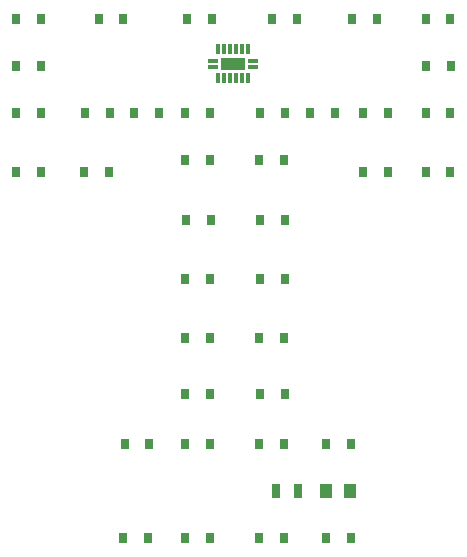
<source format=gbr>
G04 #@! TF.GenerationSoftware,KiCad,Pcbnew,(5.0.0)*
G04 #@! TF.CreationDate,2019-08-28T15:04:53-04:00*
G04 #@! TF.ProjectId,Tiny-er T,54696E792D657220542E6B696361645F,rev?*
G04 #@! TF.SameCoordinates,Original*
G04 #@! TF.FileFunction,Paste,Top*
G04 #@! TF.FilePolarity,Positive*
%FSLAX46Y46*%
G04 Gerber Fmt 4.6, Leading zero omitted, Abs format (unit mm)*
G04 Created by KiCad (PCBNEW (5.0.0)) date 08/28/19 15:04:53*
%MOMM*%
%LPD*%
G01*
G04 APERTURE LIST*
%ADD10C,0.150000*%
%ADD11C,0.100000*%
%ADD12R,0.800000X0.900000*%
%ADD13R,0.700000X1.300000*%
%ADD14R,2.000000X1.000000*%
%ADD15R,0.850000X0.300000*%
%ADD16R,0.300000X0.850000*%
%ADD17R,1.000000X1.250000*%
G04 APERTURE END LIST*
D10*
G04 #@! TO.C,U2*
G36*
X111325000Y-83325000D02*
X111175000Y-83325000D01*
X111175000Y-82675000D01*
X111325000Y-82675000D01*
X111325000Y-83325000D01*
G37*
X111325000Y-83325000D02*
X111175000Y-83325000D01*
X111175000Y-82675000D01*
X111325000Y-82675000D01*
X111325000Y-83325000D01*
G36*
X110825000Y-83325000D02*
X110675000Y-83325000D01*
X110675000Y-82675000D01*
X110825000Y-82675000D01*
X110825000Y-83325000D01*
G37*
X110825000Y-83325000D02*
X110675000Y-83325000D01*
X110675000Y-82675000D01*
X110825000Y-82675000D01*
X110825000Y-83325000D01*
G36*
X110325000Y-83325000D02*
X110175000Y-83325000D01*
X110175000Y-82675000D01*
X110325000Y-82675000D01*
X110325000Y-83325000D01*
G37*
X110325000Y-83325000D02*
X110175000Y-83325000D01*
X110175000Y-82675000D01*
X110325000Y-82675000D01*
X110325000Y-83325000D01*
G36*
X109825000Y-83325000D02*
X109675000Y-83325000D01*
X109675000Y-82675000D01*
X109825000Y-82675000D01*
X109825000Y-83325000D01*
G37*
X109825000Y-83325000D02*
X109675000Y-83325000D01*
X109675000Y-82675000D01*
X109825000Y-82675000D01*
X109825000Y-83325000D01*
G36*
X109325000Y-83325000D02*
X109175000Y-83325000D01*
X109175000Y-82675000D01*
X109325000Y-82675000D01*
X109325000Y-83325000D01*
G37*
X109325000Y-83325000D02*
X109175000Y-83325000D01*
X109175000Y-82675000D01*
X109325000Y-82675000D01*
X109325000Y-83325000D01*
G36*
X108825000Y-83325000D02*
X108675000Y-83325000D01*
X108675000Y-82675000D01*
X108825000Y-82675000D01*
X108825000Y-83325000D01*
G37*
X108825000Y-83325000D02*
X108675000Y-83325000D01*
X108675000Y-82675000D01*
X108825000Y-82675000D01*
X108825000Y-83325000D01*
G36*
X107975000Y-82125000D02*
X107975000Y-81975000D01*
X108625000Y-81975000D01*
X108625000Y-82125000D01*
X107975000Y-82125000D01*
G37*
X107975000Y-82125000D02*
X107975000Y-81975000D01*
X108625000Y-81975000D01*
X108625000Y-82125000D01*
X107975000Y-82125000D01*
G36*
X107975000Y-81625000D02*
X107975000Y-81475000D01*
X108625000Y-81475000D01*
X108625000Y-81625000D01*
X107975000Y-81625000D01*
G37*
X107975000Y-81625000D02*
X107975000Y-81475000D01*
X108625000Y-81475000D01*
X108625000Y-81625000D01*
X107975000Y-81625000D01*
G36*
X108825000Y-80925000D02*
X108675000Y-80925000D01*
X108675000Y-80275000D01*
X108825000Y-80275000D01*
X108825000Y-80925000D01*
G37*
X108825000Y-80925000D02*
X108675000Y-80925000D01*
X108675000Y-80275000D01*
X108825000Y-80275000D01*
X108825000Y-80925000D01*
G36*
X109325000Y-80925000D02*
X109175000Y-80925000D01*
X109175000Y-80275000D01*
X109325000Y-80275000D01*
X109325000Y-80925000D01*
G37*
X109325000Y-80925000D02*
X109175000Y-80925000D01*
X109175000Y-80275000D01*
X109325000Y-80275000D01*
X109325000Y-80925000D01*
G36*
X109825000Y-80925000D02*
X109675000Y-80925000D01*
X109675000Y-80275000D01*
X109825000Y-80275000D01*
X109825000Y-80925000D01*
G37*
X109825000Y-80925000D02*
X109675000Y-80925000D01*
X109675000Y-80275000D01*
X109825000Y-80275000D01*
X109825000Y-80925000D01*
G36*
X110325000Y-80925000D02*
X110175000Y-80925000D01*
X110175000Y-80275000D01*
X110325000Y-80275000D01*
X110325000Y-80925000D01*
G37*
X110325000Y-80925000D02*
X110175000Y-80925000D01*
X110175000Y-80275000D01*
X110325000Y-80275000D01*
X110325000Y-80925000D01*
G36*
X110825000Y-80925000D02*
X110675000Y-80925000D01*
X110675000Y-80275000D01*
X110825000Y-80275000D01*
X110825000Y-80925000D01*
G37*
X110825000Y-80925000D02*
X110675000Y-80925000D01*
X110675000Y-80275000D01*
X110825000Y-80275000D01*
X110825000Y-80925000D01*
G36*
X111325000Y-80925000D02*
X111175000Y-80925000D01*
X111175000Y-80275000D01*
X111325000Y-80275000D01*
X111325000Y-80925000D01*
G37*
X111325000Y-80925000D02*
X111175000Y-80925000D01*
X111175000Y-80275000D01*
X111325000Y-80275000D01*
X111325000Y-80925000D01*
G36*
X111375000Y-81625000D02*
X111375000Y-81475000D01*
X112025000Y-81475000D01*
X112025000Y-81625000D01*
X111375000Y-81625000D01*
G37*
X111375000Y-81625000D02*
X111375000Y-81475000D01*
X112025000Y-81475000D01*
X112025000Y-81625000D01*
X111375000Y-81625000D01*
G36*
X111375000Y-82125000D02*
X111375000Y-81975000D01*
X112025000Y-81975000D01*
X112025000Y-82125000D01*
X111375000Y-82125000D01*
G37*
X111375000Y-82125000D02*
X111375000Y-81975000D01*
X112025000Y-81975000D01*
X112025000Y-82125000D01*
X111375000Y-82125000D01*
D11*
G36*
X109400000Y-81600000D02*
X110600000Y-81600000D01*
X110600000Y-82000000D01*
X109400000Y-82000000D01*
X109400000Y-81600000D01*
G37*
G04 #@! TD*
D12*
G04 #@! TO.C,D1*
X91600000Y-91000000D03*
X93700000Y-91000000D03*
G04 #@! TD*
G04 #@! TO.C,D2*
X91600000Y-86000000D03*
X93700000Y-86000000D03*
G04 #@! TD*
G04 #@! TO.C,D3*
X91600000Y-82000000D03*
X93700000Y-82000000D03*
G04 #@! TD*
G04 #@! TO.C,D4*
X91600000Y-78000000D03*
X93700000Y-78000000D03*
G04 #@! TD*
G04 #@! TO.C,D5*
X98600000Y-78000000D03*
X100700000Y-78000000D03*
G04 #@! TD*
G04 #@! TO.C,D6*
X106100000Y-78000000D03*
X108200000Y-78000000D03*
G04 #@! TD*
G04 #@! TO.C,D7*
X113300000Y-78000000D03*
X115400000Y-78000000D03*
G04 #@! TD*
G04 #@! TO.C,D8*
X120100000Y-78000000D03*
X122200000Y-78000000D03*
G04 #@! TD*
G04 #@! TO.C,D9*
X126300000Y-78000000D03*
X128400000Y-78000000D03*
G04 #@! TD*
G04 #@! TO.C,D10*
X126350000Y-82000000D03*
X128450000Y-82000000D03*
G04 #@! TD*
G04 #@! TO.C,D11*
X126300000Y-86000000D03*
X128400000Y-86000000D03*
G04 #@! TD*
G04 #@! TO.C,D12*
X126300000Y-91000000D03*
X128400000Y-91000000D03*
G04 #@! TD*
G04 #@! TO.C,D13*
X121000000Y-91000000D03*
X123100000Y-91000000D03*
G04 #@! TD*
G04 #@! TO.C,D14*
X121000000Y-86000000D03*
X123100000Y-86000000D03*
G04 #@! TD*
G04 #@! TO.C,D15*
X116500000Y-86000000D03*
X118600000Y-86000000D03*
G04 #@! TD*
G04 #@! TO.C,D16*
X112250000Y-86000000D03*
X114350000Y-86000000D03*
G04 #@! TD*
G04 #@! TO.C,D17*
X112200000Y-90000000D03*
X114300000Y-90000000D03*
G04 #@! TD*
G04 #@! TO.C,D18*
X112250000Y-95000000D03*
X114350000Y-95000000D03*
G04 #@! TD*
G04 #@! TO.C,D19*
X112250000Y-100000000D03*
X114350000Y-100000000D03*
G04 #@! TD*
G04 #@! TO.C,D20*
X112200000Y-105000000D03*
X114300000Y-105000000D03*
G04 #@! TD*
G04 #@! TO.C,D21*
X112250000Y-109800000D03*
X114350000Y-109800000D03*
G04 #@! TD*
G04 #@! TO.C,D22*
X112200000Y-114000000D03*
X114300000Y-114000000D03*
G04 #@! TD*
G04 #@! TO.C,D23*
X117900000Y-114000000D03*
X120000000Y-114000000D03*
G04 #@! TD*
G04 #@! TO.C,D24*
X117900000Y-122000000D03*
X120000000Y-122000000D03*
G04 #@! TD*
G04 #@! TO.C,D25*
X112200000Y-122000000D03*
X114300000Y-122000000D03*
G04 #@! TD*
G04 #@! TO.C,D26*
X105950000Y-122000000D03*
X108050000Y-122000000D03*
G04 #@! TD*
G04 #@! TO.C,D27*
X100700000Y-122000000D03*
X102800000Y-122000000D03*
G04 #@! TD*
G04 #@! TO.C,D28*
X100800000Y-114000000D03*
X102900000Y-114000000D03*
G04 #@! TD*
G04 #@! TO.C,D29*
X105950000Y-114000000D03*
X108050000Y-114000000D03*
G04 #@! TD*
G04 #@! TO.C,D30*
X105950000Y-109800000D03*
X108050000Y-109800000D03*
G04 #@! TD*
G04 #@! TO.C,D31*
X105950000Y-105000000D03*
X108050000Y-105000000D03*
G04 #@! TD*
G04 #@! TO.C,D32*
X105950000Y-100000000D03*
X108050000Y-100000000D03*
G04 #@! TD*
G04 #@! TO.C,D33*
X106000000Y-95000000D03*
X108100000Y-95000000D03*
G04 #@! TD*
G04 #@! TO.C,D34*
X105900000Y-90000000D03*
X108000000Y-90000000D03*
G04 #@! TD*
G04 #@! TO.C,D35*
X105900000Y-86000000D03*
X108000000Y-86000000D03*
G04 #@! TD*
G04 #@! TO.C,D36*
X101600000Y-86000000D03*
X103700000Y-86000000D03*
G04 #@! TD*
G04 #@! TO.C,D37*
X97450000Y-86000000D03*
X99550000Y-86000000D03*
G04 #@! TD*
G04 #@! TO.C,D38*
X97400000Y-91000000D03*
X99500000Y-91000000D03*
G04 #@! TD*
D13*
G04 #@! TO.C,R1*
X115500000Y-118000000D03*
X113600000Y-118000000D03*
G04 #@! TD*
D14*
G04 #@! TO.C,U2*
X110000000Y-81800000D03*
D15*
X108300000Y-82050000D03*
X108300000Y-81550000D03*
D16*
X108750000Y-80600000D03*
X109250000Y-80600000D03*
X109750000Y-80600000D03*
X110250000Y-80600000D03*
X110750000Y-80600000D03*
X111250000Y-80600000D03*
D15*
X111700000Y-81550000D03*
X111700000Y-82050000D03*
D16*
X111250000Y-83000000D03*
X110750000Y-83000000D03*
X110250000Y-83000000D03*
X109750000Y-83000000D03*
X109250000Y-83000000D03*
X108750000Y-83000000D03*
G04 #@! TD*
D17*
G04 #@! TO.C,C1*
X119900000Y-118000000D03*
X117900000Y-118000000D03*
G04 #@! TD*
M02*

</source>
